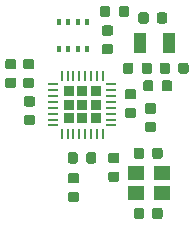
<source format=gbr>
G04 #@! TF.GenerationSoftware,KiCad,Pcbnew,5.1.0-unknown-567bdd9~82~ubuntu18.10.1*
G04 #@! TF.CreationDate,2019-04-01T09:59:20+02:00*
G04 #@! TF.ProjectId,weather,77656174-6865-4722-9e6b-696361645f70,1.2*
G04 #@! TF.SameCoordinates,Original*
G04 #@! TF.FileFunction,Paste,Top*
G04 #@! TF.FilePolarity,Positive*
%FSLAX46Y46*%
G04 Gerber Fmt 4.6, Leading zero omitted, Abs format (unit mm)*
G04 Created by KiCad (PCBNEW 5.1.0-unknown-567bdd9~82~ubuntu18.10.1) date 2019-04-01 09:59:20*
%MOMM*%
%LPD*%
G04 APERTURE LIST*
%ADD10R,0.400000X0.550000*%
%ADD11C,0.100000*%
%ADD12C,0.875000*%
%ADD13R,1.000000X1.800000*%
%ADD14R,1.400000X1.200000*%
%ADD15R,0.250000X0.825000*%
%ADD16R,0.825000X0.250000*%
%ADD17R,0.920000X0.920000*%
G04 APERTURE END LIST*
D10*
X110050000Y-67450000D03*
X109250000Y-67450000D03*
X108450000Y-67450000D03*
X107650000Y-67450000D03*
X107650000Y-69750000D03*
X108450000Y-69750000D03*
X109250000Y-69750000D03*
X110050000Y-69750000D03*
D11*
G36*
X111802691Y-66126053D02*
G01*
X111823926Y-66129203D01*
X111844750Y-66134419D01*
X111864962Y-66141651D01*
X111884368Y-66150830D01*
X111902781Y-66161866D01*
X111920024Y-66174654D01*
X111935930Y-66189070D01*
X111950346Y-66204976D01*
X111963134Y-66222219D01*
X111974170Y-66240632D01*
X111983349Y-66260038D01*
X111990581Y-66280250D01*
X111995797Y-66301074D01*
X111998947Y-66322309D01*
X112000000Y-66343750D01*
X112000000Y-66856250D01*
X111998947Y-66877691D01*
X111995797Y-66898926D01*
X111990581Y-66919750D01*
X111983349Y-66939962D01*
X111974170Y-66959368D01*
X111963134Y-66977781D01*
X111950346Y-66995024D01*
X111935930Y-67010930D01*
X111920024Y-67025346D01*
X111902781Y-67038134D01*
X111884368Y-67049170D01*
X111864962Y-67058349D01*
X111844750Y-67065581D01*
X111823926Y-67070797D01*
X111802691Y-67073947D01*
X111781250Y-67075000D01*
X111343750Y-67075000D01*
X111322309Y-67073947D01*
X111301074Y-67070797D01*
X111280250Y-67065581D01*
X111260038Y-67058349D01*
X111240632Y-67049170D01*
X111222219Y-67038134D01*
X111204976Y-67025346D01*
X111189070Y-67010930D01*
X111174654Y-66995024D01*
X111161866Y-66977781D01*
X111150830Y-66959368D01*
X111141651Y-66939962D01*
X111134419Y-66919750D01*
X111129203Y-66898926D01*
X111126053Y-66877691D01*
X111125000Y-66856250D01*
X111125000Y-66343750D01*
X111126053Y-66322309D01*
X111129203Y-66301074D01*
X111134419Y-66280250D01*
X111141651Y-66260038D01*
X111150830Y-66240632D01*
X111161866Y-66222219D01*
X111174654Y-66204976D01*
X111189070Y-66189070D01*
X111204976Y-66174654D01*
X111222219Y-66161866D01*
X111240632Y-66150830D01*
X111260038Y-66141651D01*
X111280250Y-66134419D01*
X111301074Y-66129203D01*
X111322309Y-66126053D01*
X111343750Y-66125000D01*
X111781250Y-66125000D01*
X111802691Y-66126053D01*
X111802691Y-66126053D01*
G37*
D12*
X111562500Y-66600000D03*
D11*
G36*
X113377691Y-66126053D02*
G01*
X113398926Y-66129203D01*
X113419750Y-66134419D01*
X113439962Y-66141651D01*
X113459368Y-66150830D01*
X113477781Y-66161866D01*
X113495024Y-66174654D01*
X113510930Y-66189070D01*
X113525346Y-66204976D01*
X113538134Y-66222219D01*
X113549170Y-66240632D01*
X113558349Y-66260038D01*
X113565581Y-66280250D01*
X113570797Y-66301074D01*
X113573947Y-66322309D01*
X113575000Y-66343750D01*
X113575000Y-66856250D01*
X113573947Y-66877691D01*
X113570797Y-66898926D01*
X113565581Y-66919750D01*
X113558349Y-66939962D01*
X113549170Y-66959368D01*
X113538134Y-66977781D01*
X113525346Y-66995024D01*
X113510930Y-67010930D01*
X113495024Y-67025346D01*
X113477781Y-67038134D01*
X113459368Y-67049170D01*
X113439962Y-67058349D01*
X113419750Y-67065581D01*
X113398926Y-67070797D01*
X113377691Y-67073947D01*
X113356250Y-67075000D01*
X112918750Y-67075000D01*
X112897309Y-67073947D01*
X112876074Y-67070797D01*
X112855250Y-67065581D01*
X112835038Y-67058349D01*
X112815632Y-67049170D01*
X112797219Y-67038134D01*
X112779976Y-67025346D01*
X112764070Y-67010930D01*
X112749654Y-66995024D01*
X112736866Y-66977781D01*
X112725830Y-66959368D01*
X112716651Y-66939962D01*
X112709419Y-66919750D01*
X112704203Y-66898926D01*
X112701053Y-66877691D01*
X112700000Y-66856250D01*
X112700000Y-66343750D01*
X112701053Y-66322309D01*
X112704203Y-66301074D01*
X112709419Y-66280250D01*
X112716651Y-66260038D01*
X112725830Y-66240632D01*
X112736866Y-66222219D01*
X112749654Y-66204976D01*
X112764070Y-66189070D01*
X112779976Y-66174654D01*
X112797219Y-66161866D01*
X112815632Y-66150830D01*
X112835038Y-66141651D01*
X112855250Y-66134419D01*
X112876074Y-66129203D01*
X112897309Y-66126053D01*
X112918750Y-66125000D01*
X113356250Y-66125000D01*
X113377691Y-66126053D01*
X113377691Y-66126053D01*
G37*
D12*
X113137500Y-66600000D03*
D11*
G36*
X112027691Y-69351053D02*
G01*
X112048926Y-69354203D01*
X112069750Y-69359419D01*
X112089962Y-69366651D01*
X112109368Y-69375830D01*
X112127781Y-69386866D01*
X112145024Y-69399654D01*
X112160930Y-69414070D01*
X112175346Y-69429976D01*
X112188134Y-69447219D01*
X112199170Y-69465632D01*
X112208349Y-69485038D01*
X112215581Y-69505250D01*
X112220797Y-69526074D01*
X112223947Y-69547309D01*
X112225000Y-69568750D01*
X112225000Y-70006250D01*
X112223947Y-70027691D01*
X112220797Y-70048926D01*
X112215581Y-70069750D01*
X112208349Y-70089962D01*
X112199170Y-70109368D01*
X112188134Y-70127781D01*
X112175346Y-70145024D01*
X112160930Y-70160930D01*
X112145024Y-70175346D01*
X112127781Y-70188134D01*
X112109368Y-70199170D01*
X112089962Y-70208349D01*
X112069750Y-70215581D01*
X112048926Y-70220797D01*
X112027691Y-70223947D01*
X112006250Y-70225000D01*
X111493750Y-70225000D01*
X111472309Y-70223947D01*
X111451074Y-70220797D01*
X111430250Y-70215581D01*
X111410038Y-70208349D01*
X111390632Y-70199170D01*
X111372219Y-70188134D01*
X111354976Y-70175346D01*
X111339070Y-70160930D01*
X111324654Y-70145024D01*
X111311866Y-70127781D01*
X111300830Y-70109368D01*
X111291651Y-70089962D01*
X111284419Y-70069750D01*
X111279203Y-70048926D01*
X111276053Y-70027691D01*
X111275000Y-70006250D01*
X111275000Y-69568750D01*
X111276053Y-69547309D01*
X111279203Y-69526074D01*
X111284419Y-69505250D01*
X111291651Y-69485038D01*
X111300830Y-69465632D01*
X111311866Y-69447219D01*
X111324654Y-69429976D01*
X111339070Y-69414070D01*
X111354976Y-69399654D01*
X111372219Y-69386866D01*
X111390632Y-69375830D01*
X111410038Y-69366651D01*
X111430250Y-69359419D01*
X111451074Y-69354203D01*
X111472309Y-69351053D01*
X111493750Y-69350000D01*
X112006250Y-69350000D01*
X112027691Y-69351053D01*
X112027691Y-69351053D01*
G37*
D12*
X111750000Y-69787500D03*
D11*
G36*
X112027691Y-67776053D02*
G01*
X112048926Y-67779203D01*
X112069750Y-67784419D01*
X112089962Y-67791651D01*
X112109368Y-67800830D01*
X112127781Y-67811866D01*
X112145024Y-67824654D01*
X112160930Y-67839070D01*
X112175346Y-67854976D01*
X112188134Y-67872219D01*
X112199170Y-67890632D01*
X112208349Y-67910038D01*
X112215581Y-67930250D01*
X112220797Y-67951074D01*
X112223947Y-67972309D01*
X112225000Y-67993750D01*
X112225000Y-68431250D01*
X112223947Y-68452691D01*
X112220797Y-68473926D01*
X112215581Y-68494750D01*
X112208349Y-68514962D01*
X112199170Y-68534368D01*
X112188134Y-68552781D01*
X112175346Y-68570024D01*
X112160930Y-68585930D01*
X112145024Y-68600346D01*
X112127781Y-68613134D01*
X112109368Y-68624170D01*
X112089962Y-68633349D01*
X112069750Y-68640581D01*
X112048926Y-68645797D01*
X112027691Y-68648947D01*
X112006250Y-68650000D01*
X111493750Y-68650000D01*
X111472309Y-68648947D01*
X111451074Y-68645797D01*
X111430250Y-68640581D01*
X111410038Y-68633349D01*
X111390632Y-68624170D01*
X111372219Y-68613134D01*
X111354976Y-68600346D01*
X111339070Y-68585930D01*
X111324654Y-68570024D01*
X111311866Y-68552781D01*
X111300830Y-68534368D01*
X111291651Y-68514962D01*
X111284419Y-68494750D01*
X111279203Y-68473926D01*
X111276053Y-68452691D01*
X111275000Y-68431250D01*
X111275000Y-67993750D01*
X111276053Y-67972309D01*
X111279203Y-67951074D01*
X111284419Y-67930250D01*
X111291651Y-67910038D01*
X111300830Y-67890632D01*
X111311866Y-67872219D01*
X111324654Y-67854976D01*
X111339070Y-67839070D01*
X111354976Y-67824654D01*
X111372219Y-67811866D01*
X111390632Y-67800830D01*
X111410038Y-67791651D01*
X111430250Y-67784419D01*
X111451074Y-67779203D01*
X111472309Y-67776053D01*
X111493750Y-67775000D01*
X112006250Y-67775000D01*
X112027691Y-67776053D01*
X112027691Y-67776053D01*
G37*
D12*
X111750000Y-68212500D03*
D11*
G36*
X117027691Y-72426053D02*
G01*
X117048926Y-72429203D01*
X117069750Y-72434419D01*
X117089962Y-72441651D01*
X117109368Y-72450830D01*
X117127781Y-72461866D01*
X117145024Y-72474654D01*
X117160930Y-72489070D01*
X117175346Y-72504976D01*
X117188134Y-72522219D01*
X117199170Y-72540632D01*
X117208349Y-72560038D01*
X117215581Y-72580250D01*
X117220797Y-72601074D01*
X117223947Y-72622309D01*
X117225000Y-72643750D01*
X117225000Y-73156250D01*
X117223947Y-73177691D01*
X117220797Y-73198926D01*
X117215581Y-73219750D01*
X117208349Y-73239962D01*
X117199170Y-73259368D01*
X117188134Y-73277781D01*
X117175346Y-73295024D01*
X117160930Y-73310930D01*
X117145024Y-73325346D01*
X117127781Y-73338134D01*
X117109368Y-73349170D01*
X117089962Y-73358349D01*
X117069750Y-73365581D01*
X117048926Y-73370797D01*
X117027691Y-73373947D01*
X117006250Y-73375000D01*
X116568750Y-73375000D01*
X116547309Y-73373947D01*
X116526074Y-73370797D01*
X116505250Y-73365581D01*
X116485038Y-73358349D01*
X116465632Y-73349170D01*
X116447219Y-73338134D01*
X116429976Y-73325346D01*
X116414070Y-73310930D01*
X116399654Y-73295024D01*
X116386866Y-73277781D01*
X116375830Y-73259368D01*
X116366651Y-73239962D01*
X116359419Y-73219750D01*
X116354203Y-73198926D01*
X116351053Y-73177691D01*
X116350000Y-73156250D01*
X116350000Y-72643750D01*
X116351053Y-72622309D01*
X116354203Y-72601074D01*
X116359419Y-72580250D01*
X116366651Y-72560038D01*
X116375830Y-72540632D01*
X116386866Y-72522219D01*
X116399654Y-72504976D01*
X116414070Y-72489070D01*
X116429976Y-72474654D01*
X116447219Y-72461866D01*
X116465632Y-72450830D01*
X116485038Y-72441651D01*
X116505250Y-72434419D01*
X116526074Y-72429203D01*
X116547309Y-72426053D01*
X116568750Y-72425000D01*
X117006250Y-72425000D01*
X117027691Y-72426053D01*
X117027691Y-72426053D01*
G37*
D12*
X116787500Y-72900000D03*
D11*
G36*
X115452691Y-72426053D02*
G01*
X115473926Y-72429203D01*
X115494750Y-72434419D01*
X115514962Y-72441651D01*
X115534368Y-72450830D01*
X115552781Y-72461866D01*
X115570024Y-72474654D01*
X115585930Y-72489070D01*
X115600346Y-72504976D01*
X115613134Y-72522219D01*
X115624170Y-72540632D01*
X115633349Y-72560038D01*
X115640581Y-72580250D01*
X115645797Y-72601074D01*
X115648947Y-72622309D01*
X115650000Y-72643750D01*
X115650000Y-73156250D01*
X115648947Y-73177691D01*
X115645797Y-73198926D01*
X115640581Y-73219750D01*
X115633349Y-73239962D01*
X115624170Y-73259368D01*
X115613134Y-73277781D01*
X115600346Y-73295024D01*
X115585930Y-73310930D01*
X115570024Y-73325346D01*
X115552781Y-73338134D01*
X115534368Y-73349170D01*
X115514962Y-73358349D01*
X115494750Y-73365581D01*
X115473926Y-73370797D01*
X115452691Y-73373947D01*
X115431250Y-73375000D01*
X114993750Y-73375000D01*
X114972309Y-73373947D01*
X114951074Y-73370797D01*
X114930250Y-73365581D01*
X114910038Y-73358349D01*
X114890632Y-73349170D01*
X114872219Y-73338134D01*
X114854976Y-73325346D01*
X114839070Y-73310930D01*
X114824654Y-73295024D01*
X114811866Y-73277781D01*
X114800830Y-73259368D01*
X114791651Y-73239962D01*
X114784419Y-73219750D01*
X114779203Y-73198926D01*
X114776053Y-73177691D01*
X114775000Y-73156250D01*
X114775000Y-72643750D01*
X114776053Y-72622309D01*
X114779203Y-72601074D01*
X114784419Y-72580250D01*
X114791651Y-72560038D01*
X114800830Y-72540632D01*
X114811866Y-72522219D01*
X114824654Y-72504976D01*
X114839070Y-72489070D01*
X114854976Y-72474654D01*
X114872219Y-72461866D01*
X114890632Y-72450830D01*
X114910038Y-72441651D01*
X114930250Y-72434419D01*
X114951074Y-72429203D01*
X114972309Y-72426053D01*
X114993750Y-72425000D01*
X115431250Y-72425000D01*
X115452691Y-72426053D01*
X115452691Y-72426053D01*
G37*
D12*
X115212500Y-72900000D03*
D11*
G36*
X105427691Y-73776053D02*
G01*
X105448926Y-73779203D01*
X105469750Y-73784419D01*
X105489962Y-73791651D01*
X105509368Y-73800830D01*
X105527781Y-73811866D01*
X105545024Y-73824654D01*
X105560930Y-73839070D01*
X105575346Y-73854976D01*
X105588134Y-73872219D01*
X105599170Y-73890632D01*
X105608349Y-73910038D01*
X105615581Y-73930250D01*
X105620797Y-73951074D01*
X105623947Y-73972309D01*
X105625000Y-73993750D01*
X105625000Y-74431250D01*
X105623947Y-74452691D01*
X105620797Y-74473926D01*
X105615581Y-74494750D01*
X105608349Y-74514962D01*
X105599170Y-74534368D01*
X105588134Y-74552781D01*
X105575346Y-74570024D01*
X105560930Y-74585930D01*
X105545024Y-74600346D01*
X105527781Y-74613134D01*
X105509368Y-74624170D01*
X105489962Y-74633349D01*
X105469750Y-74640581D01*
X105448926Y-74645797D01*
X105427691Y-74648947D01*
X105406250Y-74650000D01*
X104893750Y-74650000D01*
X104872309Y-74648947D01*
X104851074Y-74645797D01*
X104830250Y-74640581D01*
X104810038Y-74633349D01*
X104790632Y-74624170D01*
X104772219Y-74613134D01*
X104754976Y-74600346D01*
X104739070Y-74585930D01*
X104724654Y-74570024D01*
X104711866Y-74552781D01*
X104700830Y-74534368D01*
X104691651Y-74514962D01*
X104684419Y-74494750D01*
X104679203Y-74473926D01*
X104676053Y-74452691D01*
X104675000Y-74431250D01*
X104675000Y-73993750D01*
X104676053Y-73972309D01*
X104679203Y-73951074D01*
X104684419Y-73930250D01*
X104691651Y-73910038D01*
X104700830Y-73890632D01*
X104711866Y-73872219D01*
X104724654Y-73854976D01*
X104739070Y-73839070D01*
X104754976Y-73824654D01*
X104772219Y-73811866D01*
X104790632Y-73800830D01*
X104810038Y-73791651D01*
X104830250Y-73784419D01*
X104851074Y-73779203D01*
X104872309Y-73776053D01*
X104893750Y-73775000D01*
X105406250Y-73775000D01*
X105427691Y-73776053D01*
X105427691Y-73776053D01*
G37*
D12*
X105150000Y-74212500D03*
D11*
G36*
X105427691Y-75351053D02*
G01*
X105448926Y-75354203D01*
X105469750Y-75359419D01*
X105489962Y-75366651D01*
X105509368Y-75375830D01*
X105527781Y-75386866D01*
X105545024Y-75399654D01*
X105560930Y-75414070D01*
X105575346Y-75429976D01*
X105588134Y-75447219D01*
X105599170Y-75465632D01*
X105608349Y-75485038D01*
X105615581Y-75505250D01*
X105620797Y-75526074D01*
X105623947Y-75547309D01*
X105625000Y-75568750D01*
X105625000Y-76006250D01*
X105623947Y-76027691D01*
X105620797Y-76048926D01*
X105615581Y-76069750D01*
X105608349Y-76089962D01*
X105599170Y-76109368D01*
X105588134Y-76127781D01*
X105575346Y-76145024D01*
X105560930Y-76160930D01*
X105545024Y-76175346D01*
X105527781Y-76188134D01*
X105509368Y-76199170D01*
X105489962Y-76208349D01*
X105469750Y-76215581D01*
X105448926Y-76220797D01*
X105427691Y-76223947D01*
X105406250Y-76225000D01*
X104893750Y-76225000D01*
X104872309Y-76223947D01*
X104851074Y-76220797D01*
X104830250Y-76215581D01*
X104810038Y-76208349D01*
X104790632Y-76199170D01*
X104772219Y-76188134D01*
X104754976Y-76175346D01*
X104739070Y-76160930D01*
X104724654Y-76145024D01*
X104711866Y-76127781D01*
X104700830Y-76109368D01*
X104691651Y-76089962D01*
X104684419Y-76069750D01*
X104679203Y-76048926D01*
X104676053Y-76027691D01*
X104675000Y-76006250D01*
X104675000Y-75568750D01*
X104676053Y-75547309D01*
X104679203Y-75526074D01*
X104684419Y-75505250D01*
X104691651Y-75485038D01*
X104700830Y-75465632D01*
X104711866Y-75447219D01*
X104724654Y-75429976D01*
X104739070Y-75414070D01*
X104754976Y-75399654D01*
X104772219Y-75386866D01*
X104790632Y-75375830D01*
X104810038Y-75366651D01*
X104830250Y-75359419D01*
X104851074Y-75354203D01*
X104872309Y-75351053D01*
X104893750Y-75350000D01*
X105406250Y-75350000D01*
X105427691Y-75351053D01*
X105427691Y-75351053D01*
G37*
D12*
X105150000Y-75787500D03*
D13*
X114500000Y-69300000D03*
X117000000Y-69300000D03*
D14*
X114200000Y-81950000D03*
X116400000Y-81950000D03*
X116400000Y-80250000D03*
X114200000Y-80250000D03*
D11*
G36*
X116852691Y-70926053D02*
G01*
X116873926Y-70929203D01*
X116894750Y-70934419D01*
X116914962Y-70941651D01*
X116934368Y-70950830D01*
X116952781Y-70961866D01*
X116970024Y-70974654D01*
X116985930Y-70989070D01*
X117000346Y-71004976D01*
X117013134Y-71022219D01*
X117024170Y-71040632D01*
X117033349Y-71060038D01*
X117040581Y-71080250D01*
X117045797Y-71101074D01*
X117048947Y-71122309D01*
X117050000Y-71143750D01*
X117050000Y-71656250D01*
X117048947Y-71677691D01*
X117045797Y-71698926D01*
X117040581Y-71719750D01*
X117033349Y-71739962D01*
X117024170Y-71759368D01*
X117013134Y-71777781D01*
X117000346Y-71795024D01*
X116985930Y-71810930D01*
X116970024Y-71825346D01*
X116952781Y-71838134D01*
X116934368Y-71849170D01*
X116914962Y-71858349D01*
X116894750Y-71865581D01*
X116873926Y-71870797D01*
X116852691Y-71873947D01*
X116831250Y-71875000D01*
X116393750Y-71875000D01*
X116372309Y-71873947D01*
X116351074Y-71870797D01*
X116330250Y-71865581D01*
X116310038Y-71858349D01*
X116290632Y-71849170D01*
X116272219Y-71838134D01*
X116254976Y-71825346D01*
X116239070Y-71810930D01*
X116224654Y-71795024D01*
X116211866Y-71777781D01*
X116200830Y-71759368D01*
X116191651Y-71739962D01*
X116184419Y-71719750D01*
X116179203Y-71698926D01*
X116176053Y-71677691D01*
X116175000Y-71656250D01*
X116175000Y-71143750D01*
X116176053Y-71122309D01*
X116179203Y-71101074D01*
X116184419Y-71080250D01*
X116191651Y-71060038D01*
X116200830Y-71040632D01*
X116211866Y-71022219D01*
X116224654Y-71004976D01*
X116239070Y-70989070D01*
X116254976Y-70974654D01*
X116272219Y-70961866D01*
X116290632Y-70950830D01*
X116310038Y-70941651D01*
X116330250Y-70934419D01*
X116351074Y-70929203D01*
X116372309Y-70926053D01*
X116393750Y-70925000D01*
X116831250Y-70925000D01*
X116852691Y-70926053D01*
X116852691Y-70926053D01*
G37*
D12*
X116612500Y-71400000D03*
D11*
G36*
X118427691Y-70926053D02*
G01*
X118448926Y-70929203D01*
X118469750Y-70934419D01*
X118489962Y-70941651D01*
X118509368Y-70950830D01*
X118527781Y-70961866D01*
X118545024Y-70974654D01*
X118560930Y-70989070D01*
X118575346Y-71004976D01*
X118588134Y-71022219D01*
X118599170Y-71040632D01*
X118608349Y-71060038D01*
X118615581Y-71080250D01*
X118620797Y-71101074D01*
X118623947Y-71122309D01*
X118625000Y-71143750D01*
X118625000Y-71656250D01*
X118623947Y-71677691D01*
X118620797Y-71698926D01*
X118615581Y-71719750D01*
X118608349Y-71739962D01*
X118599170Y-71759368D01*
X118588134Y-71777781D01*
X118575346Y-71795024D01*
X118560930Y-71810930D01*
X118545024Y-71825346D01*
X118527781Y-71838134D01*
X118509368Y-71849170D01*
X118489962Y-71858349D01*
X118469750Y-71865581D01*
X118448926Y-71870797D01*
X118427691Y-71873947D01*
X118406250Y-71875000D01*
X117968750Y-71875000D01*
X117947309Y-71873947D01*
X117926074Y-71870797D01*
X117905250Y-71865581D01*
X117885038Y-71858349D01*
X117865632Y-71849170D01*
X117847219Y-71838134D01*
X117829976Y-71825346D01*
X117814070Y-71810930D01*
X117799654Y-71795024D01*
X117786866Y-71777781D01*
X117775830Y-71759368D01*
X117766651Y-71739962D01*
X117759419Y-71719750D01*
X117754203Y-71698926D01*
X117751053Y-71677691D01*
X117750000Y-71656250D01*
X117750000Y-71143750D01*
X117751053Y-71122309D01*
X117754203Y-71101074D01*
X117759419Y-71080250D01*
X117766651Y-71060038D01*
X117775830Y-71040632D01*
X117786866Y-71022219D01*
X117799654Y-71004976D01*
X117814070Y-70989070D01*
X117829976Y-70974654D01*
X117847219Y-70961866D01*
X117865632Y-70950830D01*
X117885038Y-70941651D01*
X117905250Y-70934419D01*
X117926074Y-70929203D01*
X117947309Y-70926053D01*
X117968750Y-70925000D01*
X118406250Y-70925000D01*
X118427691Y-70926053D01*
X118427691Y-70926053D01*
G37*
D12*
X118187500Y-71400000D03*
D11*
G36*
X116627691Y-66676053D02*
G01*
X116648926Y-66679203D01*
X116669750Y-66684419D01*
X116689962Y-66691651D01*
X116709368Y-66700830D01*
X116727781Y-66711866D01*
X116745024Y-66724654D01*
X116760930Y-66739070D01*
X116775346Y-66754976D01*
X116788134Y-66772219D01*
X116799170Y-66790632D01*
X116808349Y-66810038D01*
X116815581Y-66830250D01*
X116820797Y-66851074D01*
X116823947Y-66872309D01*
X116825000Y-66893750D01*
X116825000Y-67406250D01*
X116823947Y-67427691D01*
X116820797Y-67448926D01*
X116815581Y-67469750D01*
X116808349Y-67489962D01*
X116799170Y-67509368D01*
X116788134Y-67527781D01*
X116775346Y-67545024D01*
X116760930Y-67560930D01*
X116745024Y-67575346D01*
X116727781Y-67588134D01*
X116709368Y-67599170D01*
X116689962Y-67608349D01*
X116669750Y-67615581D01*
X116648926Y-67620797D01*
X116627691Y-67623947D01*
X116606250Y-67625000D01*
X116168750Y-67625000D01*
X116147309Y-67623947D01*
X116126074Y-67620797D01*
X116105250Y-67615581D01*
X116085038Y-67608349D01*
X116065632Y-67599170D01*
X116047219Y-67588134D01*
X116029976Y-67575346D01*
X116014070Y-67560930D01*
X115999654Y-67545024D01*
X115986866Y-67527781D01*
X115975830Y-67509368D01*
X115966651Y-67489962D01*
X115959419Y-67469750D01*
X115954203Y-67448926D01*
X115951053Y-67427691D01*
X115950000Y-67406250D01*
X115950000Y-66893750D01*
X115951053Y-66872309D01*
X115954203Y-66851074D01*
X115959419Y-66830250D01*
X115966651Y-66810038D01*
X115975830Y-66790632D01*
X115986866Y-66772219D01*
X115999654Y-66754976D01*
X116014070Y-66739070D01*
X116029976Y-66724654D01*
X116047219Y-66711866D01*
X116065632Y-66700830D01*
X116085038Y-66691651D01*
X116105250Y-66684419D01*
X116126074Y-66679203D01*
X116147309Y-66676053D01*
X116168750Y-66675000D01*
X116606250Y-66675000D01*
X116627691Y-66676053D01*
X116627691Y-66676053D01*
G37*
D12*
X116387500Y-67150000D03*
D11*
G36*
X115052691Y-66676053D02*
G01*
X115073926Y-66679203D01*
X115094750Y-66684419D01*
X115114962Y-66691651D01*
X115134368Y-66700830D01*
X115152781Y-66711866D01*
X115170024Y-66724654D01*
X115185930Y-66739070D01*
X115200346Y-66754976D01*
X115213134Y-66772219D01*
X115224170Y-66790632D01*
X115233349Y-66810038D01*
X115240581Y-66830250D01*
X115245797Y-66851074D01*
X115248947Y-66872309D01*
X115250000Y-66893750D01*
X115250000Y-67406250D01*
X115248947Y-67427691D01*
X115245797Y-67448926D01*
X115240581Y-67469750D01*
X115233349Y-67489962D01*
X115224170Y-67509368D01*
X115213134Y-67527781D01*
X115200346Y-67545024D01*
X115185930Y-67560930D01*
X115170024Y-67575346D01*
X115152781Y-67588134D01*
X115134368Y-67599170D01*
X115114962Y-67608349D01*
X115094750Y-67615581D01*
X115073926Y-67620797D01*
X115052691Y-67623947D01*
X115031250Y-67625000D01*
X114593750Y-67625000D01*
X114572309Y-67623947D01*
X114551074Y-67620797D01*
X114530250Y-67615581D01*
X114510038Y-67608349D01*
X114490632Y-67599170D01*
X114472219Y-67588134D01*
X114454976Y-67575346D01*
X114439070Y-67560930D01*
X114424654Y-67545024D01*
X114411866Y-67527781D01*
X114400830Y-67509368D01*
X114391651Y-67489962D01*
X114384419Y-67469750D01*
X114379203Y-67448926D01*
X114376053Y-67427691D01*
X114375000Y-67406250D01*
X114375000Y-66893750D01*
X114376053Y-66872309D01*
X114379203Y-66851074D01*
X114384419Y-66830250D01*
X114391651Y-66810038D01*
X114400830Y-66790632D01*
X114411866Y-66772219D01*
X114424654Y-66754976D01*
X114439070Y-66739070D01*
X114454976Y-66724654D01*
X114472219Y-66711866D01*
X114490632Y-66700830D01*
X114510038Y-66691651D01*
X114530250Y-66684419D01*
X114551074Y-66679203D01*
X114572309Y-66676053D01*
X114593750Y-66675000D01*
X115031250Y-66675000D01*
X115052691Y-66676053D01*
X115052691Y-66676053D01*
G37*
D12*
X114812500Y-67150000D03*
D11*
G36*
X103852691Y-70626053D02*
G01*
X103873926Y-70629203D01*
X103894750Y-70634419D01*
X103914962Y-70641651D01*
X103934368Y-70650830D01*
X103952781Y-70661866D01*
X103970024Y-70674654D01*
X103985930Y-70689070D01*
X104000346Y-70704976D01*
X104013134Y-70722219D01*
X104024170Y-70740632D01*
X104033349Y-70760038D01*
X104040581Y-70780250D01*
X104045797Y-70801074D01*
X104048947Y-70822309D01*
X104050000Y-70843750D01*
X104050000Y-71281250D01*
X104048947Y-71302691D01*
X104045797Y-71323926D01*
X104040581Y-71344750D01*
X104033349Y-71364962D01*
X104024170Y-71384368D01*
X104013134Y-71402781D01*
X104000346Y-71420024D01*
X103985930Y-71435930D01*
X103970024Y-71450346D01*
X103952781Y-71463134D01*
X103934368Y-71474170D01*
X103914962Y-71483349D01*
X103894750Y-71490581D01*
X103873926Y-71495797D01*
X103852691Y-71498947D01*
X103831250Y-71500000D01*
X103318750Y-71500000D01*
X103297309Y-71498947D01*
X103276074Y-71495797D01*
X103255250Y-71490581D01*
X103235038Y-71483349D01*
X103215632Y-71474170D01*
X103197219Y-71463134D01*
X103179976Y-71450346D01*
X103164070Y-71435930D01*
X103149654Y-71420024D01*
X103136866Y-71402781D01*
X103125830Y-71384368D01*
X103116651Y-71364962D01*
X103109419Y-71344750D01*
X103104203Y-71323926D01*
X103101053Y-71302691D01*
X103100000Y-71281250D01*
X103100000Y-70843750D01*
X103101053Y-70822309D01*
X103104203Y-70801074D01*
X103109419Y-70780250D01*
X103116651Y-70760038D01*
X103125830Y-70740632D01*
X103136866Y-70722219D01*
X103149654Y-70704976D01*
X103164070Y-70689070D01*
X103179976Y-70674654D01*
X103197219Y-70661866D01*
X103215632Y-70650830D01*
X103235038Y-70641651D01*
X103255250Y-70634419D01*
X103276074Y-70629203D01*
X103297309Y-70626053D01*
X103318750Y-70625000D01*
X103831250Y-70625000D01*
X103852691Y-70626053D01*
X103852691Y-70626053D01*
G37*
D12*
X103575000Y-71062500D03*
D11*
G36*
X103852691Y-72201053D02*
G01*
X103873926Y-72204203D01*
X103894750Y-72209419D01*
X103914962Y-72216651D01*
X103934368Y-72225830D01*
X103952781Y-72236866D01*
X103970024Y-72249654D01*
X103985930Y-72264070D01*
X104000346Y-72279976D01*
X104013134Y-72297219D01*
X104024170Y-72315632D01*
X104033349Y-72335038D01*
X104040581Y-72355250D01*
X104045797Y-72376074D01*
X104048947Y-72397309D01*
X104050000Y-72418750D01*
X104050000Y-72856250D01*
X104048947Y-72877691D01*
X104045797Y-72898926D01*
X104040581Y-72919750D01*
X104033349Y-72939962D01*
X104024170Y-72959368D01*
X104013134Y-72977781D01*
X104000346Y-72995024D01*
X103985930Y-73010930D01*
X103970024Y-73025346D01*
X103952781Y-73038134D01*
X103934368Y-73049170D01*
X103914962Y-73058349D01*
X103894750Y-73065581D01*
X103873926Y-73070797D01*
X103852691Y-73073947D01*
X103831250Y-73075000D01*
X103318750Y-73075000D01*
X103297309Y-73073947D01*
X103276074Y-73070797D01*
X103255250Y-73065581D01*
X103235038Y-73058349D01*
X103215632Y-73049170D01*
X103197219Y-73038134D01*
X103179976Y-73025346D01*
X103164070Y-73010930D01*
X103149654Y-72995024D01*
X103136866Y-72977781D01*
X103125830Y-72959368D01*
X103116651Y-72939962D01*
X103109419Y-72919750D01*
X103104203Y-72898926D01*
X103101053Y-72877691D01*
X103100000Y-72856250D01*
X103100000Y-72418750D01*
X103101053Y-72397309D01*
X103104203Y-72376074D01*
X103109419Y-72355250D01*
X103116651Y-72335038D01*
X103125830Y-72315632D01*
X103136866Y-72297219D01*
X103149654Y-72279976D01*
X103164070Y-72264070D01*
X103179976Y-72249654D01*
X103197219Y-72236866D01*
X103215632Y-72225830D01*
X103235038Y-72216651D01*
X103255250Y-72209419D01*
X103276074Y-72204203D01*
X103297309Y-72201053D01*
X103318750Y-72200000D01*
X103831250Y-72200000D01*
X103852691Y-72201053D01*
X103852691Y-72201053D01*
G37*
D12*
X103575000Y-72637500D03*
D11*
G36*
X105352691Y-72201053D02*
G01*
X105373926Y-72204203D01*
X105394750Y-72209419D01*
X105414962Y-72216651D01*
X105434368Y-72225830D01*
X105452781Y-72236866D01*
X105470024Y-72249654D01*
X105485930Y-72264070D01*
X105500346Y-72279976D01*
X105513134Y-72297219D01*
X105524170Y-72315632D01*
X105533349Y-72335038D01*
X105540581Y-72355250D01*
X105545797Y-72376074D01*
X105548947Y-72397309D01*
X105550000Y-72418750D01*
X105550000Y-72856250D01*
X105548947Y-72877691D01*
X105545797Y-72898926D01*
X105540581Y-72919750D01*
X105533349Y-72939962D01*
X105524170Y-72959368D01*
X105513134Y-72977781D01*
X105500346Y-72995024D01*
X105485930Y-73010930D01*
X105470024Y-73025346D01*
X105452781Y-73038134D01*
X105434368Y-73049170D01*
X105414962Y-73058349D01*
X105394750Y-73065581D01*
X105373926Y-73070797D01*
X105352691Y-73073947D01*
X105331250Y-73075000D01*
X104818750Y-73075000D01*
X104797309Y-73073947D01*
X104776074Y-73070797D01*
X104755250Y-73065581D01*
X104735038Y-73058349D01*
X104715632Y-73049170D01*
X104697219Y-73038134D01*
X104679976Y-73025346D01*
X104664070Y-73010930D01*
X104649654Y-72995024D01*
X104636866Y-72977781D01*
X104625830Y-72959368D01*
X104616651Y-72939962D01*
X104609419Y-72919750D01*
X104604203Y-72898926D01*
X104601053Y-72877691D01*
X104600000Y-72856250D01*
X104600000Y-72418750D01*
X104601053Y-72397309D01*
X104604203Y-72376074D01*
X104609419Y-72355250D01*
X104616651Y-72335038D01*
X104625830Y-72315632D01*
X104636866Y-72297219D01*
X104649654Y-72279976D01*
X104664070Y-72264070D01*
X104679976Y-72249654D01*
X104697219Y-72236866D01*
X104715632Y-72225830D01*
X104735038Y-72216651D01*
X104755250Y-72209419D01*
X104776074Y-72204203D01*
X104797309Y-72201053D01*
X104818750Y-72200000D01*
X105331250Y-72200000D01*
X105352691Y-72201053D01*
X105352691Y-72201053D01*
G37*
D12*
X105075000Y-72637500D03*
D11*
G36*
X105352691Y-70626053D02*
G01*
X105373926Y-70629203D01*
X105394750Y-70634419D01*
X105414962Y-70641651D01*
X105434368Y-70650830D01*
X105452781Y-70661866D01*
X105470024Y-70674654D01*
X105485930Y-70689070D01*
X105500346Y-70704976D01*
X105513134Y-70722219D01*
X105524170Y-70740632D01*
X105533349Y-70760038D01*
X105540581Y-70780250D01*
X105545797Y-70801074D01*
X105548947Y-70822309D01*
X105550000Y-70843750D01*
X105550000Y-71281250D01*
X105548947Y-71302691D01*
X105545797Y-71323926D01*
X105540581Y-71344750D01*
X105533349Y-71364962D01*
X105524170Y-71384368D01*
X105513134Y-71402781D01*
X105500346Y-71420024D01*
X105485930Y-71435930D01*
X105470024Y-71450346D01*
X105452781Y-71463134D01*
X105434368Y-71474170D01*
X105414962Y-71483349D01*
X105394750Y-71490581D01*
X105373926Y-71495797D01*
X105352691Y-71498947D01*
X105331250Y-71500000D01*
X104818750Y-71500000D01*
X104797309Y-71498947D01*
X104776074Y-71495797D01*
X104755250Y-71490581D01*
X104735038Y-71483349D01*
X104715632Y-71474170D01*
X104697219Y-71463134D01*
X104679976Y-71450346D01*
X104664070Y-71435930D01*
X104649654Y-71420024D01*
X104636866Y-71402781D01*
X104625830Y-71384368D01*
X104616651Y-71364962D01*
X104609419Y-71344750D01*
X104604203Y-71323926D01*
X104601053Y-71302691D01*
X104600000Y-71281250D01*
X104600000Y-70843750D01*
X104601053Y-70822309D01*
X104604203Y-70801074D01*
X104609419Y-70780250D01*
X104616651Y-70760038D01*
X104625830Y-70740632D01*
X104636866Y-70722219D01*
X104649654Y-70704976D01*
X104664070Y-70689070D01*
X104679976Y-70674654D01*
X104697219Y-70661866D01*
X104715632Y-70650830D01*
X104735038Y-70641651D01*
X104755250Y-70634419D01*
X104776074Y-70629203D01*
X104797309Y-70626053D01*
X104818750Y-70625000D01*
X105331250Y-70625000D01*
X105352691Y-70626053D01*
X105352691Y-70626053D01*
G37*
D12*
X105075000Y-71062500D03*
D11*
G36*
X116227691Y-83226053D02*
G01*
X116248926Y-83229203D01*
X116269750Y-83234419D01*
X116289962Y-83241651D01*
X116309368Y-83250830D01*
X116327781Y-83261866D01*
X116345024Y-83274654D01*
X116360930Y-83289070D01*
X116375346Y-83304976D01*
X116388134Y-83322219D01*
X116399170Y-83340632D01*
X116408349Y-83360038D01*
X116415581Y-83380250D01*
X116420797Y-83401074D01*
X116423947Y-83422309D01*
X116425000Y-83443750D01*
X116425000Y-83956250D01*
X116423947Y-83977691D01*
X116420797Y-83998926D01*
X116415581Y-84019750D01*
X116408349Y-84039962D01*
X116399170Y-84059368D01*
X116388134Y-84077781D01*
X116375346Y-84095024D01*
X116360930Y-84110930D01*
X116345024Y-84125346D01*
X116327781Y-84138134D01*
X116309368Y-84149170D01*
X116289962Y-84158349D01*
X116269750Y-84165581D01*
X116248926Y-84170797D01*
X116227691Y-84173947D01*
X116206250Y-84175000D01*
X115768750Y-84175000D01*
X115747309Y-84173947D01*
X115726074Y-84170797D01*
X115705250Y-84165581D01*
X115685038Y-84158349D01*
X115665632Y-84149170D01*
X115647219Y-84138134D01*
X115629976Y-84125346D01*
X115614070Y-84110930D01*
X115599654Y-84095024D01*
X115586866Y-84077781D01*
X115575830Y-84059368D01*
X115566651Y-84039962D01*
X115559419Y-84019750D01*
X115554203Y-83998926D01*
X115551053Y-83977691D01*
X115550000Y-83956250D01*
X115550000Y-83443750D01*
X115551053Y-83422309D01*
X115554203Y-83401074D01*
X115559419Y-83380250D01*
X115566651Y-83360038D01*
X115575830Y-83340632D01*
X115586866Y-83322219D01*
X115599654Y-83304976D01*
X115614070Y-83289070D01*
X115629976Y-83274654D01*
X115647219Y-83261866D01*
X115665632Y-83250830D01*
X115685038Y-83241651D01*
X115705250Y-83234419D01*
X115726074Y-83229203D01*
X115747309Y-83226053D01*
X115768750Y-83225000D01*
X116206250Y-83225000D01*
X116227691Y-83226053D01*
X116227691Y-83226053D01*
G37*
D12*
X115987500Y-83700000D03*
D11*
G36*
X114652691Y-83226053D02*
G01*
X114673926Y-83229203D01*
X114694750Y-83234419D01*
X114714962Y-83241651D01*
X114734368Y-83250830D01*
X114752781Y-83261866D01*
X114770024Y-83274654D01*
X114785930Y-83289070D01*
X114800346Y-83304976D01*
X114813134Y-83322219D01*
X114824170Y-83340632D01*
X114833349Y-83360038D01*
X114840581Y-83380250D01*
X114845797Y-83401074D01*
X114848947Y-83422309D01*
X114850000Y-83443750D01*
X114850000Y-83956250D01*
X114848947Y-83977691D01*
X114845797Y-83998926D01*
X114840581Y-84019750D01*
X114833349Y-84039962D01*
X114824170Y-84059368D01*
X114813134Y-84077781D01*
X114800346Y-84095024D01*
X114785930Y-84110930D01*
X114770024Y-84125346D01*
X114752781Y-84138134D01*
X114734368Y-84149170D01*
X114714962Y-84158349D01*
X114694750Y-84165581D01*
X114673926Y-84170797D01*
X114652691Y-84173947D01*
X114631250Y-84175000D01*
X114193750Y-84175000D01*
X114172309Y-84173947D01*
X114151074Y-84170797D01*
X114130250Y-84165581D01*
X114110038Y-84158349D01*
X114090632Y-84149170D01*
X114072219Y-84138134D01*
X114054976Y-84125346D01*
X114039070Y-84110930D01*
X114024654Y-84095024D01*
X114011866Y-84077781D01*
X114000830Y-84059368D01*
X113991651Y-84039962D01*
X113984419Y-84019750D01*
X113979203Y-83998926D01*
X113976053Y-83977691D01*
X113975000Y-83956250D01*
X113975000Y-83443750D01*
X113976053Y-83422309D01*
X113979203Y-83401074D01*
X113984419Y-83380250D01*
X113991651Y-83360038D01*
X114000830Y-83340632D01*
X114011866Y-83322219D01*
X114024654Y-83304976D01*
X114039070Y-83289070D01*
X114054976Y-83274654D01*
X114072219Y-83261866D01*
X114090632Y-83250830D01*
X114110038Y-83241651D01*
X114130250Y-83234419D01*
X114151074Y-83229203D01*
X114172309Y-83226053D01*
X114193750Y-83225000D01*
X114631250Y-83225000D01*
X114652691Y-83226053D01*
X114652691Y-83226053D01*
G37*
D12*
X114412500Y-83700000D03*
D11*
G36*
X116227691Y-78126053D02*
G01*
X116248926Y-78129203D01*
X116269750Y-78134419D01*
X116289962Y-78141651D01*
X116309368Y-78150830D01*
X116327781Y-78161866D01*
X116345024Y-78174654D01*
X116360930Y-78189070D01*
X116375346Y-78204976D01*
X116388134Y-78222219D01*
X116399170Y-78240632D01*
X116408349Y-78260038D01*
X116415581Y-78280250D01*
X116420797Y-78301074D01*
X116423947Y-78322309D01*
X116425000Y-78343750D01*
X116425000Y-78856250D01*
X116423947Y-78877691D01*
X116420797Y-78898926D01*
X116415581Y-78919750D01*
X116408349Y-78939962D01*
X116399170Y-78959368D01*
X116388134Y-78977781D01*
X116375346Y-78995024D01*
X116360930Y-79010930D01*
X116345024Y-79025346D01*
X116327781Y-79038134D01*
X116309368Y-79049170D01*
X116289962Y-79058349D01*
X116269750Y-79065581D01*
X116248926Y-79070797D01*
X116227691Y-79073947D01*
X116206250Y-79075000D01*
X115768750Y-79075000D01*
X115747309Y-79073947D01*
X115726074Y-79070797D01*
X115705250Y-79065581D01*
X115685038Y-79058349D01*
X115665632Y-79049170D01*
X115647219Y-79038134D01*
X115629976Y-79025346D01*
X115614070Y-79010930D01*
X115599654Y-78995024D01*
X115586866Y-78977781D01*
X115575830Y-78959368D01*
X115566651Y-78939962D01*
X115559419Y-78919750D01*
X115554203Y-78898926D01*
X115551053Y-78877691D01*
X115550000Y-78856250D01*
X115550000Y-78343750D01*
X115551053Y-78322309D01*
X115554203Y-78301074D01*
X115559419Y-78280250D01*
X115566651Y-78260038D01*
X115575830Y-78240632D01*
X115586866Y-78222219D01*
X115599654Y-78204976D01*
X115614070Y-78189070D01*
X115629976Y-78174654D01*
X115647219Y-78161866D01*
X115665632Y-78150830D01*
X115685038Y-78141651D01*
X115705250Y-78134419D01*
X115726074Y-78129203D01*
X115747309Y-78126053D01*
X115768750Y-78125000D01*
X116206250Y-78125000D01*
X116227691Y-78126053D01*
X116227691Y-78126053D01*
G37*
D12*
X115987500Y-78600000D03*
D11*
G36*
X114652691Y-78126053D02*
G01*
X114673926Y-78129203D01*
X114694750Y-78134419D01*
X114714962Y-78141651D01*
X114734368Y-78150830D01*
X114752781Y-78161866D01*
X114770024Y-78174654D01*
X114785930Y-78189070D01*
X114800346Y-78204976D01*
X114813134Y-78222219D01*
X114824170Y-78240632D01*
X114833349Y-78260038D01*
X114840581Y-78280250D01*
X114845797Y-78301074D01*
X114848947Y-78322309D01*
X114850000Y-78343750D01*
X114850000Y-78856250D01*
X114848947Y-78877691D01*
X114845797Y-78898926D01*
X114840581Y-78919750D01*
X114833349Y-78939962D01*
X114824170Y-78959368D01*
X114813134Y-78977781D01*
X114800346Y-78995024D01*
X114785930Y-79010930D01*
X114770024Y-79025346D01*
X114752781Y-79038134D01*
X114734368Y-79049170D01*
X114714962Y-79058349D01*
X114694750Y-79065581D01*
X114673926Y-79070797D01*
X114652691Y-79073947D01*
X114631250Y-79075000D01*
X114193750Y-79075000D01*
X114172309Y-79073947D01*
X114151074Y-79070797D01*
X114130250Y-79065581D01*
X114110038Y-79058349D01*
X114090632Y-79049170D01*
X114072219Y-79038134D01*
X114054976Y-79025346D01*
X114039070Y-79010930D01*
X114024654Y-78995024D01*
X114011866Y-78977781D01*
X114000830Y-78959368D01*
X113991651Y-78939962D01*
X113984419Y-78919750D01*
X113979203Y-78898926D01*
X113976053Y-78877691D01*
X113975000Y-78856250D01*
X113975000Y-78343750D01*
X113976053Y-78322309D01*
X113979203Y-78301074D01*
X113984419Y-78280250D01*
X113991651Y-78260038D01*
X114000830Y-78240632D01*
X114011866Y-78222219D01*
X114024654Y-78204976D01*
X114039070Y-78189070D01*
X114054976Y-78174654D01*
X114072219Y-78161866D01*
X114090632Y-78150830D01*
X114110038Y-78141651D01*
X114130250Y-78134419D01*
X114151074Y-78129203D01*
X114172309Y-78126053D01*
X114193750Y-78125000D01*
X114631250Y-78125000D01*
X114652691Y-78126053D01*
X114652691Y-78126053D01*
G37*
D12*
X114412500Y-78600000D03*
D11*
G36*
X115677691Y-75951053D02*
G01*
X115698926Y-75954203D01*
X115719750Y-75959419D01*
X115739962Y-75966651D01*
X115759368Y-75975830D01*
X115777781Y-75986866D01*
X115795024Y-75999654D01*
X115810930Y-76014070D01*
X115825346Y-76029976D01*
X115838134Y-76047219D01*
X115849170Y-76065632D01*
X115858349Y-76085038D01*
X115865581Y-76105250D01*
X115870797Y-76126074D01*
X115873947Y-76147309D01*
X115875000Y-76168750D01*
X115875000Y-76606250D01*
X115873947Y-76627691D01*
X115870797Y-76648926D01*
X115865581Y-76669750D01*
X115858349Y-76689962D01*
X115849170Y-76709368D01*
X115838134Y-76727781D01*
X115825346Y-76745024D01*
X115810930Y-76760930D01*
X115795024Y-76775346D01*
X115777781Y-76788134D01*
X115759368Y-76799170D01*
X115739962Y-76808349D01*
X115719750Y-76815581D01*
X115698926Y-76820797D01*
X115677691Y-76823947D01*
X115656250Y-76825000D01*
X115143750Y-76825000D01*
X115122309Y-76823947D01*
X115101074Y-76820797D01*
X115080250Y-76815581D01*
X115060038Y-76808349D01*
X115040632Y-76799170D01*
X115022219Y-76788134D01*
X115004976Y-76775346D01*
X114989070Y-76760930D01*
X114974654Y-76745024D01*
X114961866Y-76727781D01*
X114950830Y-76709368D01*
X114941651Y-76689962D01*
X114934419Y-76669750D01*
X114929203Y-76648926D01*
X114926053Y-76627691D01*
X114925000Y-76606250D01*
X114925000Y-76168750D01*
X114926053Y-76147309D01*
X114929203Y-76126074D01*
X114934419Y-76105250D01*
X114941651Y-76085038D01*
X114950830Y-76065632D01*
X114961866Y-76047219D01*
X114974654Y-76029976D01*
X114989070Y-76014070D01*
X115004976Y-75999654D01*
X115022219Y-75986866D01*
X115040632Y-75975830D01*
X115060038Y-75966651D01*
X115080250Y-75959419D01*
X115101074Y-75954203D01*
X115122309Y-75951053D01*
X115143750Y-75950000D01*
X115656250Y-75950000D01*
X115677691Y-75951053D01*
X115677691Y-75951053D01*
G37*
D12*
X115400000Y-76387500D03*
D11*
G36*
X115677691Y-74376053D02*
G01*
X115698926Y-74379203D01*
X115719750Y-74384419D01*
X115739962Y-74391651D01*
X115759368Y-74400830D01*
X115777781Y-74411866D01*
X115795024Y-74424654D01*
X115810930Y-74439070D01*
X115825346Y-74454976D01*
X115838134Y-74472219D01*
X115849170Y-74490632D01*
X115858349Y-74510038D01*
X115865581Y-74530250D01*
X115870797Y-74551074D01*
X115873947Y-74572309D01*
X115875000Y-74593750D01*
X115875000Y-75031250D01*
X115873947Y-75052691D01*
X115870797Y-75073926D01*
X115865581Y-75094750D01*
X115858349Y-75114962D01*
X115849170Y-75134368D01*
X115838134Y-75152781D01*
X115825346Y-75170024D01*
X115810930Y-75185930D01*
X115795024Y-75200346D01*
X115777781Y-75213134D01*
X115759368Y-75224170D01*
X115739962Y-75233349D01*
X115719750Y-75240581D01*
X115698926Y-75245797D01*
X115677691Y-75248947D01*
X115656250Y-75250000D01*
X115143750Y-75250000D01*
X115122309Y-75248947D01*
X115101074Y-75245797D01*
X115080250Y-75240581D01*
X115060038Y-75233349D01*
X115040632Y-75224170D01*
X115022219Y-75213134D01*
X115004976Y-75200346D01*
X114989070Y-75185930D01*
X114974654Y-75170024D01*
X114961866Y-75152781D01*
X114950830Y-75134368D01*
X114941651Y-75114962D01*
X114934419Y-75094750D01*
X114929203Y-75073926D01*
X114926053Y-75052691D01*
X114925000Y-75031250D01*
X114925000Y-74593750D01*
X114926053Y-74572309D01*
X114929203Y-74551074D01*
X114934419Y-74530250D01*
X114941651Y-74510038D01*
X114950830Y-74490632D01*
X114961866Y-74472219D01*
X114974654Y-74454976D01*
X114989070Y-74439070D01*
X115004976Y-74424654D01*
X115022219Y-74411866D01*
X115040632Y-74400830D01*
X115060038Y-74391651D01*
X115080250Y-74384419D01*
X115101074Y-74379203D01*
X115122309Y-74376053D01*
X115143750Y-74375000D01*
X115656250Y-74375000D01*
X115677691Y-74376053D01*
X115677691Y-74376053D01*
G37*
D12*
X115400000Y-74812500D03*
D11*
G36*
X113977691Y-74751053D02*
G01*
X113998926Y-74754203D01*
X114019750Y-74759419D01*
X114039962Y-74766651D01*
X114059368Y-74775830D01*
X114077781Y-74786866D01*
X114095024Y-74799654D01*
X114110930Y-74814070D01*
X114125346Y-74829976D01*
X114138134Y-74847219D01*
X114149170Y-74865632D01*
X114158349Y-74885038D01*
X114165581Y-74905250D01*
X114170797Y-74926074D01*
X114173947Y-74947309D01*
X114175000Y-74968750D01*
X114175000Y-75406250D01*
X114173947Y-75427691D01*
X114170797Y-75448926D01*
X114165581Y-75469750D01*
X114158349Y-75489962D01*
X114149170Y-75509368D01*
X114138134Y-75527781D01*
X114125346Y-75545024D01*
X114110930Y-75560930D01*
X114095024Y-75575346D01*
X114077781Y-75588134D01*
X114059368Y-75599170D01*
X114039962Y-75608349D01*
X114019750Y-75615581D01*
X113998926Y-75620797D01*
X113977691Y-75623947D01*
X113956250Y-75625000D01*
X113443750Y-75625000D01*
X113422309Y-75623947D01*
X113401074Y-75620797D01*
X113380250Y-75615581D01*
X113360038Y-75608349D01*
X113340632Y-75599170D01*
X113322219Y-75588134D01*
X113304976Y-75575346D01*
X113289070Y-75560930D01*
X113274654Y-75545024D01*
X113261866Y-75527781D01*
X113250830Y-75509368D01*
X113241651Y-75489962D01*
X113234419Y-75469750D01*
X113229203Y-75448926D01*
X113226053Y-75427691D01*
X113225000Y-75406250D01*
X113225000Y-74968750D01*
X113226053Y-74947309D01*
X113229203Y-74926074D01*
X113234419Y-74905250D01*
X113241651Y-74885038D01*
X113250830Y-74865632D01*
X113261866Y-74847219D01*
X113274654Y-74829976D01*
X113289070Y-74814070D01*
X113304976Y-74799654D01*
X113322219Y-74786866D01*
X113340632Y-74775830D01*
X113360038Y-74766651D01*
X113380250Y-74759419D01*
X113401074Y-74754203D01*
X113422309Y-74751053D01*
X113443750Y-74750000D01*
X113956250Y-74750000D01*
X113977691Y-74751053D01*
X113977691Y-74751053D01*
G37*
D12*
X113700000Y-75187500D03*
D11*
G36*
X113977691Y-73176053D02*
G01*
X113998926Y-73179203D01*
X114019750Y-73184419D01*
X114039962Y-73191651D01*
X114059368Y-73200830D01*
X114077781Y-73211866D01*
X114095024Y-73224654D01*
X114110930Y-73239070D01*
X114125346Y-73254976D01*
X114138134Y-73272219D01*
X114149170Y-73290632D01*
X114158349Y-73310038D01*
X114165581Y-73330250D01*
X114170797Y-73351074D01*
X114173947Y-73372309D01*
X114175000Y-73393750D01*
X114175000Y-73831250D01*
X114173947Y-73852691D01*
X114170797Y-73873926D01*
X114165581Y-73894750D01*
X114158349Y-73914962D01*
X114149170Y-73934368D01*
X114138134Y-73952781D01*
X114125346Y-73970024D01*
X114110930Y-73985930D01*
X114095024Y-74000346D01*
X114077781Y-74013134D01*
X114059368Y-74024170D01*
X114039962Y-74033349D01*
X114019750Y-74040581D01*
X113998926Y-74045797D01*
X113977691Y-74048947D01*
X113956250Y-74050000D01*
X113443750Y-74050000D01*
X113422309Y-74048947D01*
X113401074Y-74045797D01*
X113380250Y-74040581D01*
X113360038Y-74033349D01*
X113340632Y-74024170D01*
X113322219Y-74013134D01*
X113304976Y-74000346D01*
X113289070Y-73985930D01*
X113274654Y-73970024D01*
X113261866Y-73952781D01*
X113250830Y-73934368D01*
X113241651Y-73914962D01*
X113234419Y-73894750D01*
X113229203Y-73873926D01*
X113226053Y-73852691D01*
X113225000Y-73831250D01*
X113225000Y-73393750D01*
X113226053Y-73372309D01*
X113229203Y-73351074D01*
X113234419Y-73330250D01*
X113241651Y-73310038D01*
X113250830Y-73290632D01*
X113261866Y-73272219D01*
X113274654Y-73254976D01*
X113289070Y-73239070D01*
X113304976Y-73224654D01*
X113322219Y-73211866D01*
X113340632Y-73200830D01*
X113360038Y-73191651D01*
X113380250Y-73184419D01*
X113401074Y-73179203D01*
X113422309Y-73176053D01*
X113443750Y-73175000D01*
X113956250Y-73175000D01*
X113977691Y-73176053D01*
X113977691Y-73176053D01*
G37*
D12*
X113700000Y-73612500D03*
D11*
G36*
X112577691Y-78576053D02*
G01*
X112598926Y-78579203D01*
X112619750Y-78584419D01*
X112639962Y-78591651D01*
X112659368Y-78600830D01*
X112677781Y-78611866D01*
X112695024Y-78624654D01*
X112710930Y-78639070D01*
X112725346Y-78654976D01*
X112738134Y-78672219D01*
X112749170Y-78690632D01*
X112758349Y-78710038D01*
X112765581Y-78730250D01*
X112770797Y-78751074D01*
X112773947Y-78772309D01*
X112775000Y-78793750D01*
X112775000Y-79231250D01*
X112773947Y-79252691D01*
X112770797Y-79273926D01*
X112765581Y-79294750D01*
X112758349Y-79314962D01*
X112749170Y-79334368D01*
X112738134Y-79352781D01*
X112725346Y-79370024D01*
X112710930Y-79385930D01*
X112695024Y-79400346D01*
X112677781Y-79413134D01*
X112659368Y-79424170D01*
X112639962Y-79433349D01*
X112619750Y-79440581D01*
X112598926Y-79445797D01*
X112577691Y-79448947D01*
X112556250Y-79450000D01*
X112043750Y-79450000D01*
X112022309Y-79448947D01*
X112001074Y-79445797D01*
X111980250Y-79440581D01*
X111960038Y-79433349D01*
X111940632Y-79424170D01*
X111922219Y-79413134D01*
X111904976Y-79400346D01*
X111889070Y-79385930D01*
X111874654Y-79370024D01*
X111861866Y-79352781D01*
X111850830Y-79334368D01*
X111841651Y-79314962D01*
X111834419Y-79294750D01*
X111829203Y-79273926D01*
X111826053Y-79252691D01*
X111825000Y-79231250D01*
X111825000Y-78793750D01*
X111826053Y-78772309D01*
X111829203Y-78751074D01*
X111834419Y-78730250D01*
X111841651Y-78710038D01*
X111850830Y-78690632D01*
X111861866Y-78672219D01*
X111874654Y-78654976D01*
X111889070Y-78639070D01*
X111904976Y-78624654D01*
X111922219Y-78611866D01*
X111940632Y-78600830D01*
X111960038Y-78591651D01*
X111980250Y-78584419D01*
X112001074Y-78579203D01*
X112022309Y-78576053D01*
X112043750Y-78575000D01*
X112556250Y-78575000D01*
X112577691Y-78576053D01*
X112577691Y-78576053D01*
G37*
D12*
X112300000Y-79012500D03*
D11*
G36*
X112577691Y-80151053D02*
G01*
X112598926Y-80154203D01*
X112619750Y-80159419D01*
X112639962Y-80166651D01*
X112659368Y-80175830D01*
X112677781Y-80186866D01*
X112695024Y-80199654D01*
X112710930Y-80214070D01*
X112725346Y-80229976D01*
X112738134Y-80247219D01*
X112749170Y-80265632D01*
X112758349Y-80285038D01*
X112765581Y-80305250D01*
X112770797Y-80326074D01*
X112773947Y-80347309D01*
X112775000Y-80368750D01*
X112775000Y-80806250D01*
X112773947Y-80827691D01*
X112770797Y-80848926D01*
X112765581Y-80869750D01*
X112758349Y-80889962D01*
X112749170Y-80909368D01*
X112738134Y-80927781D01*
X112725346Y-80945024D01*
X112710930Y-80960930D01*
X112695024Y-80975346D01*
X112677781Y-80988134D01*
X112659368Y-80999170D01*
X112639962Y-81008349D01*
X112619750Y-81015581D01*
X112598926Y-81020797D01*
X112577691Y-81023947D01*
X112556250Y-81025000D01*
X112043750Y-81025000D01*
X112022309Y-81023947D01*
X112001074Y-81020797D01*
X111980250Y-81015581D01*
X111960038Y-81008349D01*
X111940632Y-80999170D01*
X111922219Y-80988134D01*
X111904976Y-80975346D01*
X111889070Y-80960930D01*
X111874654Y-80945024D01*
X111861866Y-80927781D01*
X111850830Y-80909368D01*
X111841651Y-80889962D01*
X111834419Y-80869750D01*
X111829203Y-80848926D01*
X111826053Y-80827691D01*
X111825000Y-80806250D01*
X111825000Y-80368750D01*
X111826053Y-80347309D01*
X111829203Y-80326074D01*
X111834419Y-80305250D01*
X111841651Y-80285038D01*
X111850830Y-80265632D01*
X111861866Y-80247219D01*
X111874654Y-80229976D01*
X111889070Y-80214070D01*
X111904976Y-80199654D01*
X111922219Y-80186866D01*
X111940632Y-80175830D01*
X111960038Y-80166651D01*
X111980250Y-80159419D01*
X112001074Y-80154203D01*
X112022309Y-80151053D01*
X112043750Y-80150000D01*
X112556250Y-80150000D01*
X112577691Y-80151053D01*
X112577691Y-80151053D01*
G37*
D12*
X112300000Y-80587500D03*
D11*
G36*
X115327691Y-70926053D02*
G01*
X115348926Y-70929203D01*
X115369750Y-70934419D01*
X115389962Y-70941651D01*
X115409368Y-70950830D01*
X115427781Y-70961866D01*
X115445024Y-70974654D01*
X115460930Y-70989070D01*
X115475346Y-71004976D01*
X115488134Y-71022219D01*
X115499170Y-71040632D01*
X115508349Y-71060038D01*
X115515581Y-71080250D01*
X115520797Y-71101074D01*
X115523947Y-71122309D01*
X115525000Y-71143750D01*
X115525000Y-71656250D01*
X115523947Y-71677691D01*
X115520797Y-71698926D01*
X115515581Y-71719750D01*
X115508349Y-71739962D01*
X115499170Y-71759368D01*
X115488134Y-71777781D01*
X115475346Y-71795024D01*
X115460930Y-71810930D01*
X115445024Y-71825346D01*
X115427781Y-71838134D01*
X115409368Y-71849170D01*
X115389962Y-71858349D01*
X115369750Y-71865581D01*
X115348926Y-71870797D01*
X115327691Y-71873947D01*
X115306250Y-71875000D01*
X114868750Y-71875000D01*
X114847309Y-71873947D01*
X114826074Y-71870797D01*
X114805250Y-71865581D01*
X114785038Y-71858349D01*
X114765632Y-71849170D01*
X114747219Y-71838134D01*
X114729976Y-71825346D01*
X114714070Y-71810930D01*
X114699654Y-71795024D01*
X114686866Y-71777781D01*
X114675830Y-71759368D01*
X114666651Y-71739962D01*
X114659419Y-71719750D01*
X114654203Y-71698926D01*
X114651053Y-71677691D01*
X114650000Y-71656250D01*
X114650000Y-71143750D01*
X114651053Y-71122309D01*
X114654203Y-71101074D01*
X114659419Y-71080250D01*
X114666651Y-71060038D01*
X114675830Y-71040632D01*
X114686866Y-71022219D01*
X114699654Y-71004976D01*
X114714070Y-70989070D01*
X114729976Y-70974654D01*
X114747219Y-70961866D01*
X114765632Y-70950830D01*
X114785038Y-70941651D01*
X114805250Y-70934419D01*
X114826074Y-70929203D01*
X114847309Y-70926053D01*
X114868750Y-70925000D01*
X115306250Y-70925000D01*
X115327691Y-70926053D01*
X115327691Y-70926053D01*
G37*
D12*
X115087500Y-71400000D03*
D11*
G36*
X113752691Y-70926053D02*
G01*
X113773926Y-70929203D01*
X113794750Y-70934419D01*
X113814962Y-70941651D01*
X113834368Y-70950830D01*
X113852781Y-70961866D01*
X113870024Y-70974654D01*
X113885930Y-70989070D01*
X113900346Y-71004976D01*
X113913134Y-71022219D01*
X113924170Y-71040632D01*
X113933349Y-71060038D01*
X113940581Y-71080250D01*
X113945797Y-71101074D01*
X113948947Y-71122309D01*
X113950000Y-71143750D01*
X113950000Y-71656250D01*
X113948947Y-71677691D01*
X113945797Y-71698926D01*
X113940581Y-71719750D01*
X113933349Y-71739962D01*
X113924170Y-71759368D01*
X113913134Y-71777781D01*
X113900346Y-71795024D01*
X113885930Y-71810930D01*
X113870024Y-71825346D01*
X113852781Y-71838134D01*
X113834368Y-71849170D01*
X113814962Y-71858349D01*
X113794750Y-71865581D01*
X113773926Y-71870797D01*
X113752691Y-71873947D01*
X113731250Y-71875000D01*
X113293750Y-71875000D01*
X113272309Y-71873947D01*
X113251074Y-71870797D01*
X113230250Y-71865581D01*
X113210038Y-71858349D01*
X113190632Y-71849170D01*
X113172219Y-71838134D01*
X113154976Y-71825346D01*
X113139070Y-71810930D01*
X113124654Y-71795024D01*
X113111866Y-71777781D01*
X113100830Y-71759368D01*
X113091651Y-71739962D01*
X113084419Y-71719750D01*
X113079203Y-71698926D01*
X113076053Y-71677691D01*
X113075000Y-71656250D01*
X113075000Y-71143750D01*
X113076053Y-71122309D01*
X113079203Y-71101074D01*
X113084419Y-71080250D01*
X113091651Y-71060038D01*
X113100830Y-71040632D01*
X113111866Y-71022219D01*
X113124654Y-71004976D01*
X113139070Y-70989070D01*
X113154976Y-70974654D01*
X113172219Y-70961866D01*
X113190632Y-70950830D01*
X113210038Y-70941651D01*
X113230250Y-70934419D01*
X113251074Y-70929203D01*
X113272309Y-70926053D01*
X113293750Y-70925000D01*
X113731250Y-70925000D01*
X113752691Y-70926053D01*
X113752691Y-70926053D01*
G37*
D12*
X113512500Y-71400000D03*
D11*
G36*
X109052691Y-78526053D02*
G01*
X109073926Y-78529203D01*
X109094750Y-78534419D01*
X109114962Y-78541651D01*
X109134368Y-78550830D01*
X109152781Y-78561866D01*
X109170024Y-78574654D01*
X109185930Y-78589070D01*
X109200346Y-78604976D01*
X109213134Y-78622219D01*
X109224170Y-78640632D01*
X109233349Y-78660038D01*
X109240581Y-78680250D01*
X109245797Y-78701074D01*
X109248947Y-78722309D01*
X109250000Y-78743750D01*
X109250000Y-79256250D01*
X109248947Y-79277691D01*
X109245797Y-79298926D01*
X109240581Y-79319750D01*
X109233349Y-79339962D01*
X109224170Y-79359368D01*
X109213134Y-79377781D01*
X109200346Y-79395024D01*
X109185930Y-79410930D01*
X109170024Y-79425346D01*
X109152781Y-79438134D01*
X109134368Y-79449170D01*
X109114962Y-79458349D01*
X109094750Y-79465581D01*
X109073926Y-79470797D01*
X109052691Y-79473947D01*
X109031250Y-79475000D01*
X108593750Y-79475000D01*
X108572309Y-79473947D01*
X108551074Y-79470797D01*
X108530250Y-79465581D01*
X108510038Y-79458349D01*
X108490632Y-79449170D01*
X108472219Y-79438134D01*
X108454976Y-79425346D01*
X108439070Y-79410930D01*
X108424654Y-79395024D01*
X108411866Y-79377781D01*
X108400830Y-79359368D01*
X108391651Y-79339962D01*
X108384419Y-79319750D01*
X108379203Y-79298926D01*
X108376053Y-79277691D01*
X108375000Y-79256250D01*
X108375000Y-78743750D01*
X108376053Y-78722309D01*
X108379203Y-78701074D01*
X108384419Y-78680250D01*
X108391651Y-78660038D01*
X108400830Y-78640632D01*
X108411866Y-78622219D01*
X108424654Y-78604976D01*
X108439070Y-78589070D01*
X108454976Y-78574654D01*
X108472219Y-78561866D01*
X108490632Y-78550830D01*
X108510038Y-78541651D01*
X108530250Y-78534419D01*
X108551074Y-78529203D01*
X108572309Y-78526053D01*
X108593750Y-78525000D01*
X109031250Y-78525000D01*
X109052691Y-78526053D01*
X109052691Y-78526053D01*
G37*
D12*
X108812500Y-79000000D03*
D11*
G36*
X110627691Y-78526053D02*
G01*
X110648926Y-78529203D01*
X110669750Y-78534419D01*
X110689962Y-78541651D01*
X110709368Y-78550830D01*
X110727781Y-78561866D01*
X110745024Y-78574654D01*
X110760930Y-78589070D01*
X110775346Y-78604976D01*
X110788134Y-78622219D01*
X110799170Y-78640632D01*
X110808349Y-78660038D01*
X110815581Y-78680250D01*
X110820797Y-78701074D01*
X110823947Y-78722309D01*
X110825000Y-78743750D01*
X110825000Y-79256250D01*
X110823947Y-79277691D01*
X110820797Y-79298926D01*
X110815581Y-79319750D01*
X110808349Y-79339962D01*
X110799170Y-79359368D01*
X110788134Y-79377781D01*
X110775346Y-79395024D01*
X110760930Y-79410930D01*
X110745024Y-79425346D01*
X110727781Y-79438134D01*
X110709368Y-79449170D01*
X110689962Y-79458349D01*
X110669750Y-79465581D01*
X110648926Y-79470797D01*
X110627691Y-79473947D01*
X110606250Y-79475000D01*
X110168750Y-79475000D01*
X110147309Y-79473947D01*
X110126074Y-79470797D01*
X110105250Y-79465581D01*
X110085038Y-79458349D01*
X110065632Y-79449170D01*
X110047219Y-79438134D01*
X110029976Y-79425346D01*
X110014070Y-79410930D01*
X109999654Y-79395024D01*
X109986866Y-79377781D01*
X109975830Y-79359368D01*
X109966651Y-79339962D01*
X109959419Y-79319750D01*
X109954203Y-79298926D01*
X109951053Y-79277691D01*
X109950000Y-79256250D01*
X109950000Y-78743750D01*
X109951053Y-78722309D01*
X109954203Y-78701074D01*
X109959419Y-78680250D01*
X109966651Y-78660038D01*
X109975830Y-78640632D01*
X109986866Y-78622219D01*
X109999654Y-78604976D01*
X110014070Y-78589070D01*
X110029976Y-78574654D01*
X110047219Y-78561866D01*
X110065632Y-78550830D01*
X110085038Y-78541651D01*
X110105250Y-78534419D01*
X110126074Y-78529203D01*
X110147309Y-78526053D01*
X110168750Y-78525000D01*
X110606250Y-78525000D01*
X110627691Y-78526053D01*
X110627691Y-78526053D01*
G37*
D12*
X110387500Y-79000000D03*
D11*
G36*
X109157691Y-81851053D02*
G01*
X109178926Y-81854203D01*
X109199750Y-81859419D01*
X109219962Y-81866651D01*
X109239368Y-81875830D01*
X109257781Y-81886866D01*
X109275024Y-81899654D01*
X109290930Y-81914070D01*
X109305346Y-81929976D01*
X109318134Y-81947219D01*
X109329170Y-81965632D01*
X109338349Y-81985038D01*
X109345581Y-82005250D01*
X109350797Y-82026074D01*
X109353947Y-82047309D01*
X109355000Y-82068750D01*
X109355000Y-82506250D01*
X109353947Y-82527691D01*
X109350797Y-82548926D01*
X109345581Y-82569750D01*
X109338349Y-82589962D01*
X109329170Y-82609368D01*
X109318134Y-82627781D01*
X109305346Y-82645024D01*
X109290930Y-82660930D01*
X109275024Y-82675346D01*
X109257781Y-82688134D01*
X109239368Y-82699170D01*
X109219962Y-82708349D01*
X109199750Y-82715581D01*
X109178926Y-82720797D01*
X109157691Y-82723947D01*
X109136250Y-82725000D01*
X108623750Y-82725000D01*
X108602309Y-82723947D01*
X108581074Y-82720797D01*
X108560250Y-82715581D01*
X108540038Y-82708349D01*
X108520632Y-82699170D01*
X108502219Y-82688134D01*
X108484976Y-82675346D01*
X108469070Y-82660930D01*
X108454654Y-82645024D01*
X108441866Y-82627781D01*
X108430830Y-82609368D01*
X108421651Y-82589962D01*
X108414419Y-82569750D01*
X108409203Y-82548926D01*
X108406053Y-82527691D01*
X108405000Y-82506250D01*
X108405000Y-82068750D01*
X108406053Y-82047309D01*
X108409203Y-82026074D01*
X108414419Y-82005250D01*
X108421651Y-81985038D01*
X108430830Y-81965632D01*
X108441866Y-81947219D01*
X108454654Y-81929976D01*
X108469070Y-81914070D01*
X108484976Y-81899654D01*
X108502219Y-81886866D01*
X108520632Y-81875830D01*
X108540038Y-81866651D01*
X108560250Y-81859419D01*
X108581074Y-81854203D01*
X108602309Y-81851053D01*
X108623750Y-81850000D01*
X109136250Y-81850000D01*
X109157691Y-81851053D01*
X109157691Y-81851053D01*
G37*
D12*
X108880000Y-82287500D03*
D11*
G36*
X109157691Y-80276053D02*
G01*
X109178926Y-80279203D01*
X109199750Y-80284419D01*
X109219962Y-80291651D01*
X109239368Y-80300830D01*
X109257781Y-80311866D01*
X109275024Y-80324654D01*
X109290930Y-80339070D01*
X109305346Y-80354976D01*
X109318134Y-80372219D01*
X109329170Y-80390632D01*
X109338349Y-80410038D01*
X109345581Y-80430250D01*
X109350797Y-80451074D01*
X109353947Y-80472309D01*
X109355000Y-80493750D01*
X109355000Y-80931250D01*
X109353947Y-80952691D01*
X109350797Y-80973926D01*
X109345581Y-80994750D01*
X109338349Y-81014962D01*
X109329170Y-81034368D01*
X109318134Y-81052781D01*
X109305346Y-81070024D01*
X109290930Y-81085930D01*
X109275024Y-81100346D01*
X109257781Y-81113134D01*
X109239368Y-81124170D01*
X109219962Y-81133349D01*
X109199750Y-81140581D01*
X109178926Y-81145797D01*
X109157691Y-81148947D01*
X109136250Y-81150000D01*
X108623750Y-81150000D01*
X108602309Y-81148947D01*
X108581074Y-81145797D01*
X108560250Y-81140581D01*
X108540038Y-81133349D01*
X108520632Y-81124170D01*
X108502219Y-81113134D01*
X108484976Y-81100346D01*
X108469070Y-81085930D01*
X108454654Y-81070024D01*
X108441866Y-81052781D01*
X108430830Y-81034368D01*
X108421651Y-81014962D01*
X108414419Y-80994750D01*
X108409203Y-80973926D01*
X108406053Y-80952691D01*
X108405000Y-80931250D01*
X108405000Y-80493750D01*
X108406053Y-80472309D01*
X108409203Y-80451074D01*
X108414419Y-80430250D01*
X108421651Y-80410038D01*
X108430830Y-80390632D01*
X108441866Y-80372219D01*
X108454654Y-80354976D01*
X108469070Y-80339070D01*
X108484976Y-80324654D01*
X108502219Y-80311866D01*
X108520632Y-80300830D01*
X108540038Y-80291651D01*
X108560250Y-80284419D01*
X108581074Y-80279203D01*
X108602309Y-80276053D01*
X108623750Y-80275000D01*
X109136250Y-80275000D01*
X109157691Y-80276053D01*
X109157691Y-80276053D01*
G37*
D12*
X108880000Y-80712500D03*
D15*
X111375000Y-72062500D03*
D16*
X107187500Y-72750000D03*
D15*
X107875000Y-76937500D03*
D16*
X112062500Y-76250000D03*
D17*
X108475000Y-75650000D03*
X108475000Y-74500000D03*
X108475000Y-73350000D03*
X109625000Y-73350000D03*
X109625000Y-74500000D03*
X109625000Y-75650000D03*
X110775000Y-73350000D03*
X110775000Y-74500000D03*
X110775000Y-75650000D03*
D15*
X110875000Y-72062500D03*
X110375000Y-72062500D03*
X109875000Y-72062500D03*
X109375000Y-72062500D03*
X108875000Y-72062500D03*
X108375000Y-72062500D03*
X107875000Y-72062500D03*
D16*
X107187500Y-73250000D03*
X107187500Y-73750000D03*
X107187500Y-74250000D03*
X107187500Y-74750000D03*
X107187500Y-75250000D03*
X107187500Y-75750000D03*
X107187500Y-76250000D03*
D15*
X108375000Y-76937500D03*
X108875000Y-76937500D03*
X109375000Y-76937500D03*
X109875000Y-76937500D03*
X110375000Y-76937500D03*
X110875000Y-76937500D03*
X111375000Y-76937500D03*
D16*
X112062500Y-75750000D03*
X112062500Y-75250000D03*
X112062500Y-74750000D03*
X112062500Y-74250000D03*
X112062500Y-73750000D03*
X112062500Y-73250000D03*
X112062500Y-72750000D03*
M02*

</source>
